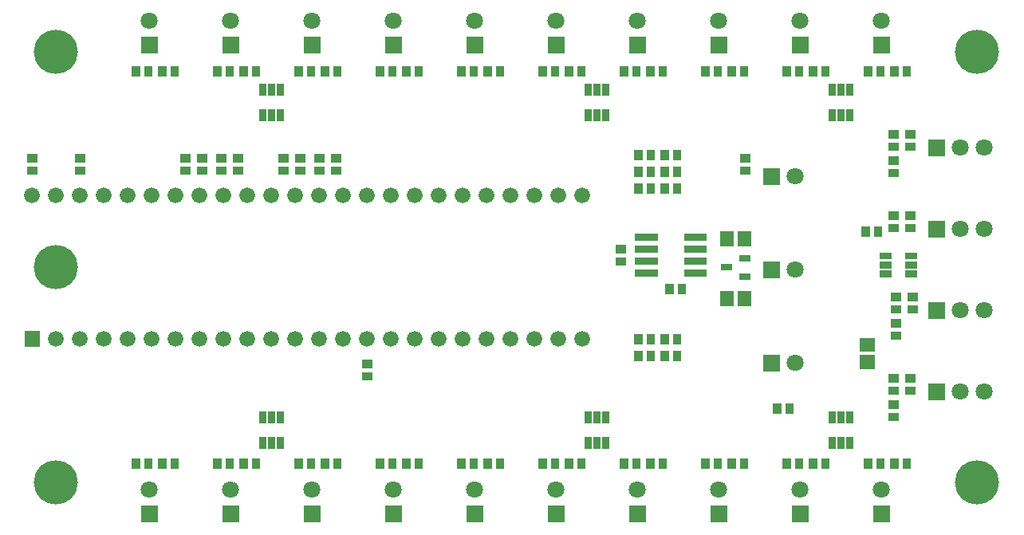
<source format=gbr>
G04 start of page 6 for group -4063 idx -4063 *
G04 Title: joystick-board, componentmask *
G04 Creator: pcb 20140316 *
G04 CreationDate: Mon 11 Dec 2017 05:03:33 PM GMT UTC *
G04 For: brian *
G04 Format: Gerber/RS-274X *
G04 PCB-Dimensions (mil): 6000.00 5000.00 *
G04 PCB-Coordinate-Origin: lower left *
%MOIN*%
%FSLAX25Y25*%
%LNTOPMASK*%
%ADD55R,0.0291X0.0291*%
%ADD54R,0.0572X0.0572*%
%ADD53R,0.0268X0.0268*%
%ADD52R,0.0300X0.0300*%
%ADD51R,0.0355X0.0355*%
%ADD50C,0.1850*%
%ADD49C,0.0710*%
%ADD48C,0.0001*%
%ADD47C,0.0660*%
G54D47*X271000Y246000D03*
X281000D03*
Y306000D03*
X271000D03*
G54D48*G36*
X356450Y278550D02*Y271450D01*
X363550D01*
Y278550D01*
X356450D01*
G37*
G36*
Y317550D02*Y310450D01*
X363550D01*
Y317550D01*
X356450D01*
G37*
G54D49*X370000Y275000D03*
Y314000D03*
G54D48*G36*
X356450Y239550D02*Y232450D01*
X363550D01*
Y239550D01*
X356450D01*
G37*
G54D49*X370000Y236000D03*
G54D48*G36*
X425450Y261550D02*Y254450D01*
X432550D01*
Y261550D01*
X425450D01*
G37*
G36*
Y295550D02*Y288450D01*
X432550D01*
Y295550D01*
X425450D01*
G37*
G54D49*X439000Y292000D03*
X449000D03*
X439000Y258000D03*
X449000D03*
G54D47*X261000Y306000D03*
G54D48*G36*
X300450Y372550D02*Y365450D01*
X307550D01*
Y372550D01*
X300450D01*
G37*
G54D49*X304000Y379000D03*
G54D48*G36*
X266450Y372550D02*Y365450D01*
X273550D01*
Y372550D01*
X266450D01*
G37*
G54D49*X270000Y379000D03*
G54D47*X251000Y306000D03*
X241000D03*
X231000D03*
G54D48*G36*
X232450Y372550D02*Y365450D01*
X239550D01*
Y372550D01*
X232450D01*
G37*
G54D49*X236000Y379000D03*
G54D48*G36*
X198450Y372550D02*Y365450D01*
X205550D01*
Y372550D01*
X198450D01*
G37*
G54D49*X202000Y379000D03*
G54D48*G36*
X334450Y372550D02*Y365450D01*
X341550D01*
Y372550D01*
X334450D01*
G37*
G36*
X368450D02*Y365450D01*
X375550D01*
Y372550D01*
X368450D01*
G37*
G36*
X402450D02*Y365450D01*
X409550D01*
Y372550D01*
X402450D01*
G37*
G54D50*X446000Y366000D03*
G54D49*X168000Y379000D03*
X100000D03*
X338000D03*
X372000D03*
X406000D03*
G54D48*G36*
X425450Y329550D02*Y322450D01*
X432550D01*
Y329550D01*
X425450D01*
G37*
G54D49*X439000Y326000D03*
X449000D03*
G54D48*G36*
X130450Y372550D02*Y365450D01*
X137550D01*
Y372550D01*
X130450D01*
G37*
G54D49*X134000Y379000D03*
G54D48*G36*
X164450Y372550D02*Y365450D01*
X171550D01*
Y372550D01*
X164450D01*
G37*
G36*
X96450D02*Y365450D01*
X103550D01*
Y372550D01*
X96450D01*
G37*
G54D50*X61000Y366000D03*
Y276000D03*
G54D47*X131000Y246000D03*
X141000D03*
X151000D03*
X161000D03*
X171000D03*
X81000D03*
X91000D03*
X101000D03*
X111000D03*
G54D48*G36*
X47700Y249300D02*Y242700D01*
X54300D01*
Y249300D01*
X47700D01*
G37*
G54D47*X61000Y246000D03*
X71000D03*
X121000D03*
G54D48*G36*
X96450Y176550D02*Y169450D01*
X103550D01*
Y176550D01*
X96450D01*
G37*
G36*
X164450D02*Y169450D01*
X171550D01*
Y176550D01*
X164450D01*
G37*
G36*
X198450D02*Y169450D01*
X205550D01*
Y176550D01*
X198450D01*
G37*
G36*
X130450D02*Y169450D01*
X137550D01*
Y176550D01*
X130450D01*
G37*
G54D49*X134000Y183000D03*
G54D50*X61000Y186000D03*
G54D47*X181000Y246000D03*
X191000D03*
X201000D03*
X211000D03*
X221000D03*
X231000D03*
X241000D03*
X251000D03*
X261000D03*
G54D48*G36*
X425450Y227550D02*Y220450D01*
X432550D01*
Y227550D01*
X425450D01*
G37*
G54D49*X439000Y224000D03*
X449000D03*
G54D47*X221000Y306000D03*
X211000D03*
X201000D03*
X191000D03*
X181000D03*
X171000D03*
X161000D03*
X151000D03*
X141000D03*
X131000D03*
X121000D03*
X111000D03*
X101000D03*
X91000D03*
X81000D03*
X71000D03*
X61000D03*
X51000D03*
G54D49*X100000Y183000D03*
X168000D03*
X202000D03*
X236000D03*
X270000D03*
X304000D03*
G54D48*G36*
X232450Y176550D02*Y169450D01*
X239550D01*
Y176550D01*
X232450D01*
G37*
G36*
X266450D02*Y169450D01*
X273550D01*
Y176550D01*
X266450D01*
G37*
G36*
X300450D02*Y169450D01*
X307550D01*
Y176550D01*
X300450D01*
G37*
G36*
X334450D02*Y169450D01*
X341550D01*
Y176550D01*
X334450D01*
G37*
G54D49*X338000Y183000D03*
G54D48*G36*
X368450Y176550D02*Y169450D01*
X375550D01*
Y176550D01*
X368450D01*
G37*
G54D49*X372000Y183000D03*
G54D48*G36*
X402450Y176550D02*Y169450D01*
X409550D01*
Y176550D01*
X402450D01*
G37*
G54D49*X406000Y183000D03*
G54D50*X446000Y186000D03*
G54D51*X296508Y278441D02*X297492D01*
X296508Y283559D02*X297492D01*
G54D52*X304500Y288500D02*X311000D01*
X304500Y283500D02*X311000D01*
X304500Y278500D02*X311000D01*
X304500Y273500D02*X311000D01*
G54D51*X322559Y267492D02*Y266508D01*
X317441Y267492D02*Y266508D01*
G54D52*X325000Y273500D02*X331500D01*
G54D51*X367559Y217492D02*Y216508D01*
X362441Y217492D02*Y216508D01*
G54D53*X347894Y272181D02*X349744D01*
G54D54*X341457Y263393D02*Y262607D01*
X348543Y263393D02*Y262607D01*
G54D55*X290740Y203669D02*Y201701D01*
X287000Y203669D02*Y201701D01*
X283260Y203669D02*Y201701D01*
Y214299D02*Y212331D01*
X287000Y214299D02*Y212331D01*
X290740Y214299D02*Y212331D01*
G54D51*X309559Y246492D02*Y245508D01*
Y239492D02*Y238508D01*
X304441Y246492D02*Y245508D01*
Y239492D02*Y238508D01*
X315441Y246492D02*Y245508D01*
X320559Y246492D02*Y245508D01*
X315441Y239492D02*Y238508D01*
X320559Y239492D02*Y238508D01*
G54D52*X325000Y278500D02*X331500D01*
X325000Y283500D02*X331500D01*
X325000Y288500D02*X331500D01*
G54D51*X348508Y321559D02*X349492D01*
X348508Y316441D02*X349492D01*
G54D54*X348543Y288393D02*Y287607D01*
X341457Y288393D02*Y287607D01*
G54D53*X347894Y279819D02*X349744D01*
X340256Y276000D02*X342106D01*
G54D51*X309559Y323492D02*Y322508D01*
X304441Y323492D02*Y322508D01*
X309559Y316492D02*Y315508D01*
X304441Y316492D02*Y315508D01*
X309559Y309492D02*Y308508D01*
X304441Y309492D02*Y308508D01*
X315441Y323492D02*Y322508D01*
X320559Y323492D02*Y322508D01*
X315441Y316492D02*Y315508D01*
X320559Y316492D02*Y315508D01*
X315441Y309492D02*Y308508D01*
X320559Y309492D02*Y308508D01*
X155508Y316441D02*X156492D01*
X155508Y321559D02*X156492D01*
X162508Y316441D02*X163492D01*
X129508D02*X130492D01*
X136508D02*X137492D01*
X170508D02*X171492D01*
X177508D02*X178492D01*
X162508Y321559D02*X163492D01*
X129508D02*X130492D01*
X136508D02*X137492D01*
X170508D02*X171492D01*
X177508D02*X178492D01*
X70508Y316441D02*X71492D01*
X70508Y321559D02*X71492D01*
X50508Y316441D02*X51492D01*
X50508Y321559D02*X51492D01*
X121508Y316441D02*X122492D01*
X121508Y321559D02*X122492D01*
X114508Y316441D02*X115492D01*
X114508Y321559D02*X115492D01*
X105441Y358492D02*Y357508D01*
X99559Y358492D02*Y357508D01*
X94441Y358492D02*Y357508D01*
G54D55*X147260Y351299D02*Y349331D01*
X151000Y351299D02*Y349331D01*
X154740Y351299D02*Y349331D01*
Y340669D02*Y338701D01*
X151000Y340669D02*Y338701D01*
X147260Y340669D02*Y338701D01*
G54D51*X110559Y358492D02*Y357508D01*
X162441Y358492D02*Y357508D01*
X139441Y358492D02*Y357508D01*
X144559Y358492D02*Y357508D01*
X133559Y358492D02*Y357508D01*
X128441Y358492D02*Y357508D01*
X173441Y358492D02*Y357508D01*
X178559Y358492D02*Y357508D01*
X167559Y358492D02*Y357508D01*
X207441Y358492D02*Y357508D01*
X212559Y358492D02*Y357508D01*
X201559Y358492D02*Y357508D01*
X196441Y358492D02*Y357508D01*
G54D55*X283260Y351299D02*Y349331D01*
Y340669D02*Y338701D01*
G54D51*X275441Y358492D02*Y357508D01*
X280559Y358492D02*Y357508D01*
X269559Y358492D02*Y357508D01*
X264441Y358492D02*Y357508D01*
G54D55*X287000Y351299D02*Y349331D01*
X290740Y351299D02*Y349331D01*
Y340669D02*Y338701D01*
X287000Y340669D02*Y338701D01*
G54D51*X309441Y358492D02*Y357508D01*
X314559Y358492D02*Y357508D01*
X303559Y358492D02*Y357508D01*
X298441Y358492D02*Y357508D01*
X241441Y358492D02*Y357508D01*
X246559Y358492D02*Y357508D01*
X235559Y358492D02*Y357508D01*
X230441Y358492D02*Y357508D01*
G54D55*X154740Y203669D02*Y201701D01*
Y214299D02*Y212331D01*
G54D51*X173441Y194492D02*Y193508D01*
X167559Y194492D02*Y193508D01*
X162441Y194492D02*Y193508D01*
G54D55*X151000Y203669D02*Y201701D01*
Y214299D02*Y212331D01*
X147260Y203669D02*Y201701D01*
Y214299D02*Y212331D01*
G54D51*X139441Y194492D02*Y193508D01*
X144559Y194492D02*Y193508D01*
X133559Y194492D02*Y193508D01*
X128441Y194492D02*Y193508D01*
X105441Y194492D02*Y193508D01*
X99559Y194492D02*Y193508D01*
X94441Y194492D02*Y193508D01*
X110559Y194492D02*Y193508D01*
X212559Y194492D02*Y193508D01*
X241441Y194492D02*Y193508D01*
X246559Y194492D02*Y193508D01*
X235559Y194492D02*Y193508D01*
X230441Y194492D02*Y193508D01*
X275441Y194492D02*Y193508D01*
X280559Y194492D02*Y193508D01*
X269559Y194492D02*Y193508D01*
X264441Y194492D02*Y193508D01*
X309441Y194492D02*Y193508D01*
X303559Y194492D02*Y193508D01*
X298441Y194492D02*Y193508D01*
X314559Y194492D02*Y193508D01*
X343441Y194492D02*Y193508D01*
X348559Y194492D02*Y193508D01*
X337559Y194492D02*Y193508D01*
X332441Y194492D02*Y193508D01*
X178559Y194492D02*Y193508D01*
X207441Y194492D02*Y193508D01*
X201559Y194492D02*Y193508D01*
X196441Y194492D02*Y193508D01*
X190508Y235559D02*X191492D01*
X190508Y230441D02*X191492D01*
X417508Y297559D02*X418492D01*
X404559Y291492D02*Y290508D01*
X399441Y291492D02*Y290508D01*
X410508Y292441D02*X411492D01*
X410508Y297559D02*X411492D01*
X417508Y292441D02*X418492D01*
X410508Y315441D02*X411492D01*
G54D55*X406701Y277000D02*X408669D01*
X417331D02*X419299D01*
X406701Y280740D02*X408669D01*
X417331D02*X419299D01*
G54D51*X343441Y358492D02*Y357508D01*
X337559Y358492D02*Y357508D01*
X332441Y358492D02*Y357508D01*
X348559Y358492D02*Y357508D01*
X417508Y331559D02*X418492D01*
X417508Y326441D02*X418492D01*
X410508D02*X411492D01*
X410508Y331559D02*X411492D01*
X410508Y320559D02*X411492D01*
G54D55*X392740Y340669D02*Y338701D01*
X389000Y340669D02*Y338701D01*
X385260Y340669D02*Y338701D01*
Y351299D02*Y349331D01*
X389000Y351299D02*Y349331D01*
X392740Y351299D02*Y349331D01*
G54D51*X377441Y358492D02*Y357508D01*
X371559Y358492D02*Y357508D01*
X366441Y358492D02*Y357508D01*
X382559Y358492D02*Y357508D01*
X411441Y358492D02*Y357508D01*
X416559Y358492D02*Y357508D01*
X405559Y358492D02*Y357508D01*
X400441Y358492D02*Y357508D01*
X417508Y229559D02*X418492D01*
X417508Y224441D02*X418492D01*
X410508Y218559D02*X411492D01*
X410508Y224441D02*X411492D01*
X410508Y229559D02*X411492D01*
X410508Y213441D02*X411492D01*
X411441Y194492D02*Y193508D01*
X416559Y194492D02*Y193508D01*
X405559Y194492D02*Y193508D01*
G54D55*X392740Y203669D02*Y201701D01*
X389000Y203669D02*Y201701D01*
X385260Y203669D02*Y201701D01*
Y214299D02*Y212331D01*
X389000Y214299D02*Y212331D01*
X392740Y214299D02*Y212331D01*
G54D51*X377441Y194492D02*Y193508D01*
X371559Y194492D02*Y193508D01*
X366441Y194492D02*Y193508D01*
X382559Y194492D02*Y193508D01*
X400441Y194492D02*Y193508D01*
X418508Y263559D02*X419492D01*
X418508Y258441D02*X419492D01*
X411508D02*X412492D01*
X411508Y263559D02*X412492D01*
G54D55*X406701Y273260D02*X408669D01*
X417331D02*X419299D01*
G54D51*X411508Y252559D02*X412492D01*
X411508Y247441D02*X412492D01*
G54D54*X399607Y243543D02*X400393D01*
X399607Y236457D02*X400393D01*
M02*

</source>
